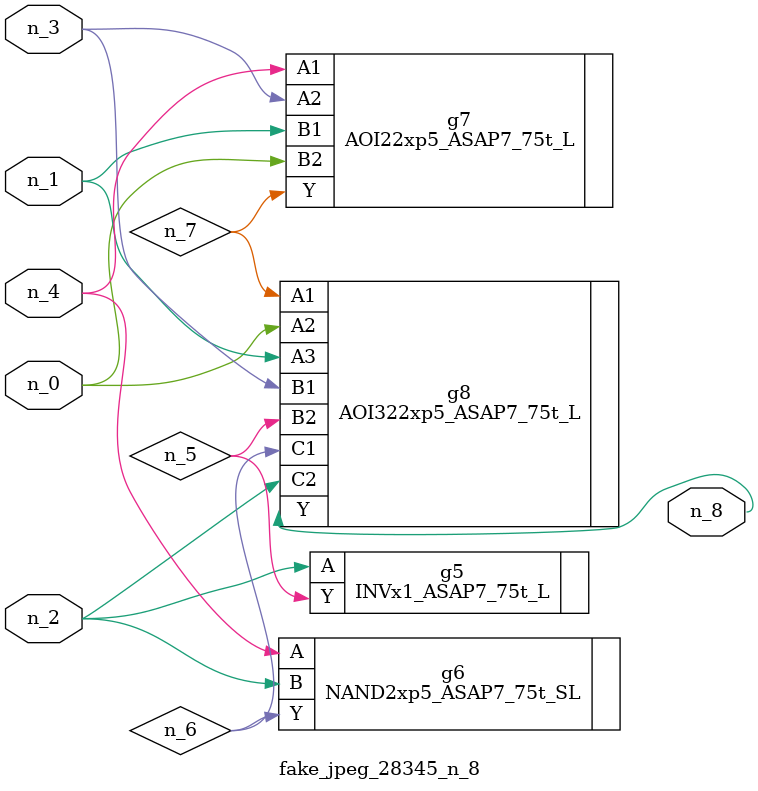
<source format=v>
module fake_jpeg_28345_n_8 (n_3, n_2, n_1, n_0, n_4, n_8);

input n_3;
input n_2;
input n_1;
input n_0;
input n_4;

output n_8;

wire n_6;
wire n_5;
wire n_7;

INVx1_ASAP7_75t_L g5 ( 
.A(n_2),
.Y(n_5)
);

NAND2xp5_ASAP7_75t_SL g6 ( 
.A(n_4),
.B(n_2),
.Y(n_6)
);

AOI22xp5_ASAP7_75t_L g7 ( 
.A1(n_4),
.A2(n_3),
.B1(n_1),
.B2(n_0),
.Y(n_7)
);

AOI322xp5_ASAP7_75t_L g8 ( 
.A1(n_7),
.A2(n_0),
.A3(n_1),
.B1(n_3),
.B2(n_5),
.C1(n_6),
.C2(n_2),
.Y(n_8)
);


endmodule
</source>
